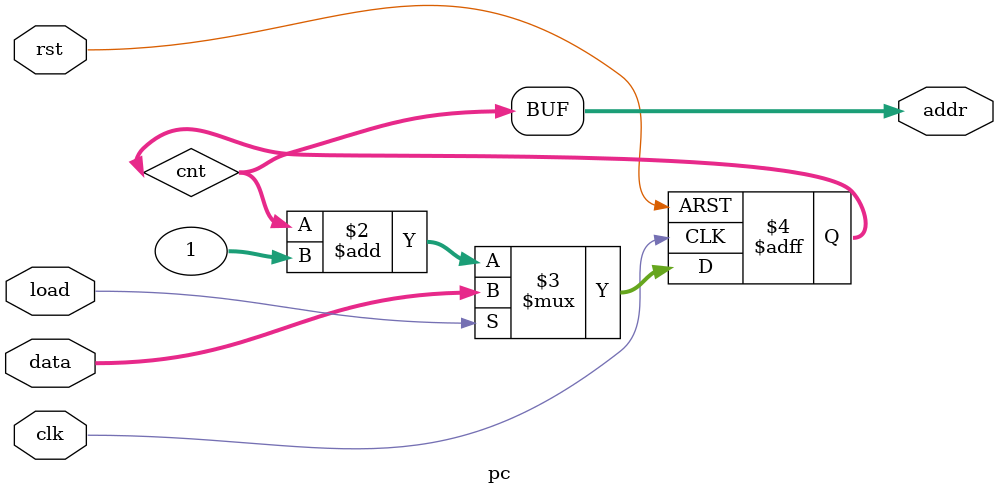
<source format=v>

module pc
#(
	parameter INSADDR_WIDTH = 32
)
(
	input       			   clk, rst,
	input 		 			   load,
	input  [INSADDR_WIDTH-1:0] data,

	output [INSADDR_WIDTH-1:0] addr
);

reg [INSADDR_WIDTH-1:0] cnt;

always @ (posedge clk or posedge rst) begin
	if (rst)
		cnt <= 0;
	else
		cnt <= (load) ? data : cnt + {{INSADDR_WIDTH-1{1'b0}},{1'b1}};
end

assign addr = cnt;

endmodule 
</source>
